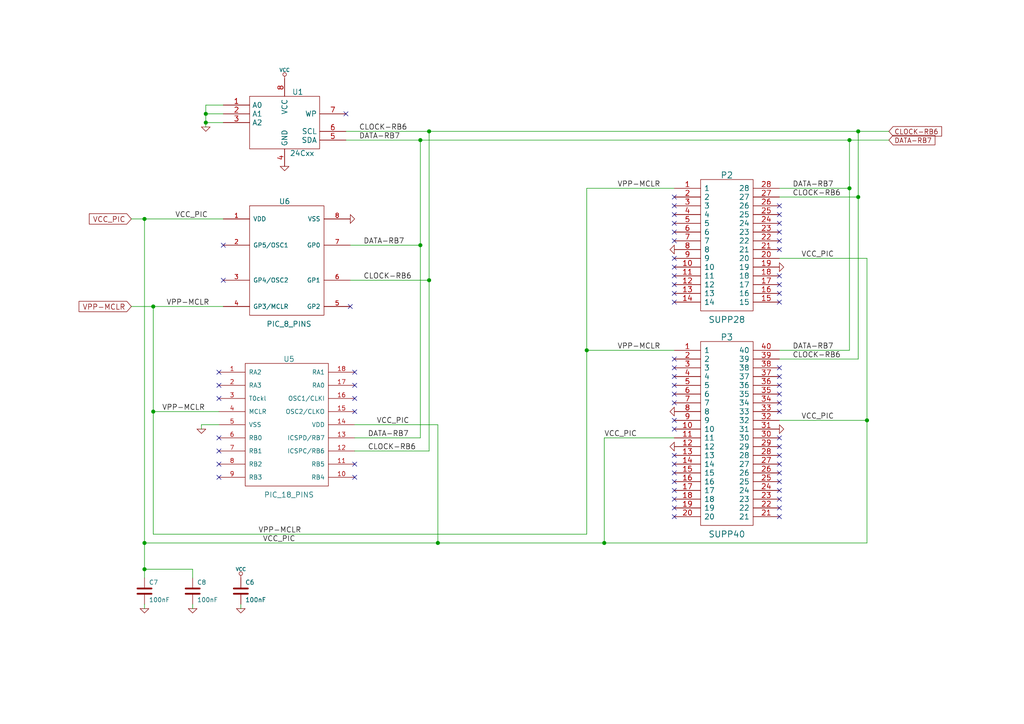
<source format=kicad_sch>
(kicad_sch (version 20201015) (generator eeschema)
  (paper "A4")
  (title_block (title "JDM - COM84 PIC Programmer with 13V DC/DC converter") (date "Sun 22 Mar 2015") (rev "3") (company "KiCad"))
  (lib_symbols
    (symbol "flat_hierarchy_schlib:24C16" (pin_names (offset 0.762))
      (property "Reference" "U" (at 3.81 8.89 0))
      (property "Value" "24C16" (at 5.08 -8.89 0))
      (symbol "24C16_0_0"
        (pin power_in line (at 0 -12.7 90) (length 5.08) (name "GND") (number "4"))
        (pin power_in line (at 0 12.7 270) (length 5.08) (name "VCC") (number "8"))
      )
      (symbol "24C16_1_1"
        (rectangle (start -10.16 -7.62) (end 10.16 7.62))
        (pin input line (at -17.78 5.08 0) (length 7.62) (name "A0") (number "1"))
        (pin input line (at -17.78 2.54 0) (length 7.62) (name "A1") (number "2"))
        (pin input line (at -17.78 0 0) (length 7.62) (name "A2") (number "3"))
        (pin bidirectional line (at 17.78 -5.08 180) (length 7.62) (name "SDA") (number "5"))
        (pin input line (at 17.78 -2.54 180) (length 7.62) (name "SCL") (number "6"))
        (pin input line (at 17.78 2.54 180) (length 7.62) (name "WP") (number "7"))
      )
    )
    (symbol "flat_hierarchy_schlib:C" (pin_numbers hide) (pin_names (offset 0.254))
      (property "Reference" "C" (at 0.635 2.54 0))
      (property "Value" "C" (at 0.635 -2.54 0))
      (symbol "C_0_1"
        (polyline (pts (xy -2.032 -0.762) (xy 2.032 -0.762)) (stroke (width 0.508)))
        (polyline (pts (xy -2.032 0.762) (xy 2.032 0.762)) (stroke (width 0.508)))
      )
      (symbol "C_1_1"
        (pin passive line (at 0 3.81 270) (length 2.794) (name "~") (number "1"))
        (pin passive line (at 0 -3.81 90) (length 2.794) (name "~") (number "2"))
      )
    )
    (symbol "flat_hierarchy_schlib:C_1" (pin_numbers hide) (pin_names (offset 0.254))
      (property "Reference" "C" (at 0.635 2.54 0))
      (property "Value" "C" (at 0.635 -2.54 0))
      (symbol "C_1_0_1"
        (polyline (pts (xy -2.032 -0.762) (xy 2.032 -0.762)) (stroke (width 0.508)))
        (polyline (pts (xy -2.032 0.762) (xy 2.032 0.762)) (stroke (width 0.508)))
      )
      (symbol "C_1_1_1"
        (pin passive line (at 0 3.81 270) (length 2.794) (name "~") (number "1"))
        (pin passive line (at 0 -3.81 90) (length 2.794) (name "~") (number "2"))
      )
    )
    (symbol "flat_hierarchy_schlib:C_2" (pin_numbers hide) (pin_names (offset 0.254))
      (property "Reference" "C" (at 0.635 2.54 0))
      (property "Value" "C" (at 0.635 -2.54 0))
      (symbol "C_2_0_1"
        (polyline (pts (xy -2.032 -0.762) (xy 2.032 -0.762)) (stroke (width 0.508)))
        (polyline (pts (xy -2.032 0.762) (xy 2.032 0.762)) (stroke (width 0.508)))
      )
      (symbol "C_2_1_1"
        (pin passive line (at 0 3.81 270) (length 2.794) (name "~") (number "1"))
        (pin passive line (at 0 -3.81 90) (length 2.794) (name "~") (number "2"))
      )
    )
    (symbol "flat_hierarchy_schlib:GND" (power) (pin_names (offset 0))
      (symbol "GND_0_1"
        (polyline (pts (xy -1.27 0) (xy 0 -1.27) (xy 1.27 0) (xy -1.27 0)))
      )
      (symbol "GND_1_1"
        (pin power_in line (at 0 0 90) (length 0) hide (name "GND") (number "1"))
      )
    )
    (symbol "flat_hierarchy_schlib:PIC12C508A" (pin_names (offset 1.016))
      (property "Reference" "U" (at 0 17.78 0))
      (property "Value" "PIC12C508A" (at 0 -16.51 0))
      (symbol "PIC12C508A_0_1"
        (rectangle (start 10.16 -15.24) (end -11.43 16.51))
      )
      (symbol "PIC12C508A_1_1"
        (pin power_in line (at -19.05 12.7 0) (length 7.62) (name "VDD") (number "1"))
        (pin input line (at -19.05 5.08 0) (length 7.62) (name "GP5/OSC1") (number "2"))
        (pin input line (at -19.05 -5.08 0) (length 7.62) (name "GP4/OSC2") (number "3"))
        (pin input line (at -19.05 -12.7 0) (length 7.62) (name "GP3/MCLR") (number "4"))
        (pin input line (at 17.78 -12.7 180) (length 7.62) (name "GP2") (number "5"))
        (pin input line (at 17.78 -5.08 180) (length 7.62) (name "GP1") (number "6"))
        (pin input line (at 17.78 5.08 180) (length 7.62) (name "GP0") (number "7"))
        (pin power_in line (at 17.78 12.7 180) (length 7.62) (name "VSS") (number "8"))
      )
      (symbol "PIC12C508A_1_2"
        (pin power_in line (at -19.05 12.7 0) (length 7.62) (name "VDD") (number "1"))
        (pin input line (at -19.05 5.08 0) (length 7.62) (name "GP5/OSC1") (number "2"))
        (pin input line (at -19.05 -5.08 0) (length 7.62) (name "GP4/OSC2") (number "3"))
        (pin input line (at -19.05 -12.7 0) (length 7.62) (name "GP3/MCLR") (number "4"))
        (pin input line (at 17.78 -12.7 180) (length 7.62) (name "GP2") (number "5"))
        (pin input line (at 17.78 -5.08 180) (length 7.62) (name "GP1") (number "6"))
        (pin input line (at 17.78 5.08 180) (length 7.62) (name "GP0") (number "7"))
        (pin power_in line (at 17.78 12.7 180) (length 7.62) (name "VSS") (number "8"))
      )
    )
    (symbol "flat_hierarchy_schlib:PIC16F54" (pin_names (offset 1.016))
      (property "Reference" "U?" (at 0 -19.05 0))
      (property "Value" "PIC16F54" (at 0 20.32 0))
      (symbol "PIC16F54_0_1"
        (rectangle (start -12.7 17.78) (end 11.43 -17.78))
      )
      (symbol "PIC16F54_1_1"
        (pin bidirectional line (at -20.32 15.24 0) (length 7.62) (name "RA2") (number "1"))
        (pin bidirectional line (at 19.05 -15.24 180) (length 7.62) (name "RB4") (number "10"))
        (pin bidirectional line (at 19.05 -11.43 180) (length 7.62) (name "RB5") (number "11"))
        (pin bidirectional line (at 19.05 -7.62 180) (length 7.62) (name "ICSPC/RB6") (number "12"))
        (pin bidirectional line (at 19.05 -3.81 180) (length 7.62) (name "ICSPD/RB7") (number "13"))
        (pin power_in line (at 19.05 0 180) (length 7.62) (name "VDD") (number "14"))
        (pin output line (at 19.05 3.81 180) (length 7.62) (name "OSC2/CLKO") (number "15"))
        (pin input line (at 19.05 7.62 180) (length 7.62) (name "OSC1/CLKI") (number "16"))
        (pin bidirectional line (at 19.05 11.43 180) (length 7.62) (name "RA0") (number "17"))
        (pin bidirectional line (at 19.05 15.24 180) (length 7.62) (name "RA1") (number "18"))
        (pin bidirectional line (at -20.32 11.43 0) (length 7.62) (name "RA3") (number "2"))
        (pin output line (at -20.32 7.62 0) (length 7.62) (name "T0ckl") (number "3"))
        (pin input line (at -20.32 3.81 0) (length 7.62) (name "MCLR") (number "4"))
        (pin power_in line (at -20.32 0 0) (length 7.62) (name "VSS") (number "5"))
        (pin bidirectional line (at -20.32 -3.81 0) (length 7.62) (name "RB0") (number "6"))
        (pin bidirectional line (at -20.32 -7.62 0) (length 7.62) (name "RB1") (number "7"))
        (pin bidirectional line (at -20.32 -11.43 0) (length 7.62) (name "RB2") (number "8"))
        (pin bidirectional line (at -20.32 -15.24 0) (length 7.62) (name "RB3") (number "9"))
      )
      (symbol "PIC16F54_1_2"
        (pin bidirectional line (at -20.32 15.24 0) (length 7.62) (name "RA2") (number "1"))
        (pin bidirectional line (at 19.05 -15.24 180) (length 7.62) (name "RB4") (number "10"))
        (pin bidirectional line (at 19.05 -11.43 180) (length 7.62) (name "RB5") (number "11"))
        (pin bidirectional line (at 19.05 -7.62 180) (length 7.62) (name "ICSPC/RB6") (number "12"))
        (pin bidirectional line (at 19.05 -3.81 180) (length 7.62) (name "ICSPD/RB7") (number "13"))
        (pin power_in line (at 19.05 0 180) (length 7.62) (name "VDD") (number "14"))
        (pin output line (at 19.05 3.81 180) (length 7.62) (name "OSC2/CLKO") (number "15"))
        (pin input line (at 19.05 7.62 180) (length 7.62) (name "OSC1/CLKI") (number "16"))
        (pin bidirectional line (at 19.05 11.43 180) (length 7.62) (name "RA0") (number "17"))
        (pin bidirectional line (at 19.05 15.24 180) (length 7.62) (name "RA1") (number "18"))
        (pin bidirectional line (at -20.32 11.43 0) (length 7.62) (name "RA3") (number "2"))
        (pin output line (at -20.32 7.62 0) (length 7.62) (name "T0ckl") (number "3"))
        (pin input line (at -20.32 3.81 0) (length 7.62) (name "MCLR") (number "4"))
        (pin power_in line (at -20.32 0 0) (length 7.62) (name "VSS") (number "5"))
        (pin bidirectional line (at -20.32 -3.81 0) (length 7.62) (name "RB0") (number "6"))
        (pin bidirectional line (at -20.32 -7.62 0) (length 7.62) (name "RB1") (number "7"))
        (pin bidirectional line (at -20.32 -11.43 0) (length 7.62) (name "RB2") (number "8"))
        (pin bidirectional line (at -20.32 -15.24 0) (length 7.62) (name "RB3") (number "9"))
      )
    )
    (symbol "flat_hierarchy_schlib:SUPP28" (pin_names (offset 1.016))
      (property "Reference" "J" (at 0 2.54 0))
      (property "Value" "SUPP28" (at 0 -2.54 0))
      (symbol "SUPP28_0_1"
        (rectangle (start -7.62 -19.05) (end 7.62 19.05))
      )
      (symbol "SUPP28_1_1"
        (pin passive line (at -15.24 16.51 0) (length 7.62) (name "1") (number "1"))
        (pin passive line (at -15.24 -6.35 0) (length 7.62) (name "10") (number "10"))
        (pin passive line (at -15.24 -8.89 0) (length 7.62) (name "11") (number "11"))
        (pin passive line (at -15.24 -11.43 0) (length 7.62) (name "12") (number "12"))
        (pin passive line (at -15.24 -13.97 0) (length 7.62) (name "13") (number "13"))
        (pin passive line (at -15.24 -16.51 0) (length 7.62) (name "14") (number "14"))
        (pin passive line (at 15.24 -16.51 180) (length 7.62) (name "15") (number "15"))
        (pin passive line (at 15.24 -13.97 180) (length 7.62) (name "16") (number "16"))
        (pin passive line (at 15.24 -11.43 180) (length 7.62) (name "17") (number "17"))
        (pin passive line (at 15.24 -8.89 180) (length 7.62) (name "18") (number "18"))
        (pin passive line (at 15.24 -6.35 180) (length 7.62) (name "19") (number "19"))
        (pin passive line (at -15.24 13.97 0) (length 7.62) (name "2") (number "2"))
        (pin passive line (at 15.24 -3.81 180) (length 7.62) (name "20") (number "20"))
        (pin passive line (at 15.24 -1.27 180) (length 7.62) (name "21") (number "21"))
        (pin passive line (at 15.24 1.27 180) (length 7.62) (name "22") (number "22"))
        (pin passive line (at 15.24 3.81 180) (length 7.62) (name "23") (number "23"))
        (pin passive line (at 15.24 6.35 180) (length 7.62) (name "24") (number "24"))
        (pin passive line (at 15.24 8.89 180) (length 7.62) (name "25") (number "25"))
        (pin passive line (at 15.24 11.43 180) (length 7.62) (name "26") (number "26"))
        (pin passive line (at 15.24 13.97 180) (length 7.62) (name "27") (number "27"))
        (pin passive line (at 15.24 16.51 180) (length 7.62) (name "28") (number "28"))
        (pin passive line (at -15.24 11.43 0) (length 7.62) (name "3") (number "3"))
        (pin passive line (at -15.24 8.89 0) (length 7.62) (name "4") (number "4"))
        (pin passive line (at -15.24 6.35 0) (length 7.62) (name "5") (number "5"))
        (pin passive line (at -15.24 3.81 0) (length 7.62) (name "6") (number "6"))
        (pin passive line (at -15.24 1.27 0) (length 7.62) (name "7") (number "7"))
        (pin passive line (at -15.24 -1.27 0) (length 7.62) (name "8") (number "8"))
        (pin passive line (at -15.24 -3.81 0) (length 7.62) (name "9") (number "9"))
      )
    )
    (symbol "flat_hierarchy_schlib:SUPP40" (pin_names (offset 1.016))
      (property "Reference" "P" (at 0 27.94 0))
      (property "Value" "SUPP40" (at 0 -27.94 0))
      (symbol "SUPP40_0_1"
        (rectangle (start -7.62 -26.67) (end 7.62 26.67))
      )
      (symbol "SUPP40_1_1"
        (pin passive line (at -15.24 24.13 0) (length 7.62) (name "1") (number "1"))
        (pin passive line (at -15.24 1.27 0) (length 7.62) (name "10") (number "10"))
        (pin passive line (at -15.24 -1.27 0) (length 7.62) (name "11") (number "11"))
        (pin passive line (at -15.24 -3.81 0) (length 7.62) (name "12") (number "12"))
        (pin passive line (at -15.24 -6.35 0) (length 7.62) (name "13") (number "13"))
        (pin passive line (at -15.24 -8.89 0) (length 7.62) (name "14") (number "14"))
        (pin passive line (at -15.24 -11.43 0) (length 7.62) (name "15") (number "15"))
        (pin passive line (at -15.24 -13.97 0) (length 7.62) (name "16") (number "16"))
        (pin passive line (at -15.24 -16.51 0) (length 7.62) (name "17") (number "17"))
        (pin passive line (at -15.24 -19.05 0) (length 7.62) (name "18") (number "18"))
        (pin passive line (at -15.24 -21.59 0) (length 7.62) (name "19") (number "19"))
        (pin passive line (at -15.24 21.59 0) (length 7.62) (name "2") (number "2"))
        (pin passive line (at -15.24 -24.13 0) (length 7.62) (name "20") (number "20"))
        (pin passive line (at 15.24 -24.13 180) (length 7.62) (name "21") (number "21"))
        (pin passive line (at 15.24 -21.59 180) (length 7.62) (name "22") (number "22"))
        (pin passive line (at 15.24 -19.05 180) (length 7.62) (name "23") (number "23"))
        (pin passive line (at 15.24 -16.51 180) (length 7.62) (name "24") (number "24"))
        (pin passive line (at 15.24 -13.97 180) (length 7.62) (name "25") (number "25"))
        (pin passive line (at 15.24 -11.43 180) (length 7.62) (name "26") (number "26"))
        (pin passive line (at 15.24 -8.89 180) (length 7.62) (name "27") (number "27"))
        (pin passive line (at 15.24 -6.35 180) (length 7.62) (name "28") (number "28"))
        (pin passive line (at 15.24 -3.81 180) (length 7.62) (name "29") (number "29"))
        (pin passive line (at -15.24 19.05 0) (length 7.62) (name "3") (number "3"))
        (pin passive line (at 15.24 -1.27 180) (length 7.62) (name "30") (number "30"))
        (pin passive line (at 15.24 1.27 180) (length 7.62) (name "31") (number "31"))
        (pin passive line (at 15.24 3.81 180) (length 7.62) (name "32") (number "32"))
        (pin passive line (at 15.24 6.35 180) (length 7.62) (name "33") (number "33"))
        (pin passive line (at 15.24 8.89 180) (length 7.62) (name "34") (number "34"))
        (pin passive line (at 15.24 11.43 180) (length 7.62) (name "35") (number "35"))
        (pin passive line (at 15.24 13.97 180) (length 7.62) (name "36") (number "36"))
        (pin passive line (at 15.24 16.51 180) (length 7.62) (name "37") (number "37"))
        (pin passive line (at 15.24 19.05 180) (length 7.62) (name "38") (number "38"))
        (pin passive line (at 15.24 21.59 180) (length 7.62) (name "39") (number "39"))
        (pin passive line (at -15.24 16.51 0) (length 7.62) (name "4") (number "4"))
        (pin passive line (at 15.24 24.13 180) (length 7.62) (name "40") (number "40"))
        (pin passive line (at -15.24 13.97 0) (length 7.62) (name "5") (number "5"))
        (pin passive line (at -15.24 11.43 0) (length 7.62) (name "6") (number "6"))
        (pin passive line (at -15.24 8.89 0) (length 7.62) (name "7") (number "7"))
        (pin passive line (at -15.24 6.35 0) (length 7.62) (name "8") (number "8"))
        (pin passive line (at -15.24 3.81 0) (length 7.62) (name "9") (number "9"))
      )
    )
    (symbol "flat_hierarchy_schlib:VCC" (power) (pin_names (offset 0))
      (property "Value" "VCC" (at 0 2.54 0))
      (symbol "VCC_0_0"
        (pin power_in line (at 0 0 90) (length 0) hide (name "VCC") (number "1"))
      )
      (symbol "VCC_0_1"
        (circle (center 0 1.27) (radius 0.508))
        (polyline (pts (xy 0 0) (xy 0 0.762) (xy 0 0.762)))
      )
    )
  )
  (junction (at 41.91 63.5) (diameter 1.016))
  (junction (at 41.91 157.48) (diameter 1.016))
  (junction (at 41.91 165.1) (diameter 1.016))
  (junction (at 44.45 88.9) (diameter 1.016))
  (junction (at 44.45 119.38) (diameter 1.016))
  (junction (at 59.69 33.02) (diameter 1.016))
  (junction (at 59.69 35.56) (diameter 1.016))
  (junction (at 121.92 40.64) (diameter 1.016))
  (junction (at 121.92 71.12) (diameter 1.016))
  (junction (at 124.46 38.1) (diameter 1.016))
  (junction (at 124.46 81.28) (diameter 1.016))
  (junction (at 127 157.48) (diameter 1.016))
  (junction (at 170.18 101.6) (diameter 1.016))
  (junction (at 175.26 157.48) (diameter 1.016))
  (junction (at 246.38 40.64) (diameter 1.016))
  (junction (at 246.38 54.61) (diameter 1.016))
  (junction (at 248.92 38.1) (diameter 1.016))
  (junction (at 248.92 57.15) (diameter 1.016))
  (junction (at 251.46 121.92) (diameter 1.016))
  (no_connect (at 63.5 107.95))
  (no_connect (at 63.5 111.76))
  (no_connect (at 63.5 115.57))
  (no_connect (at 63.5 127))
  (no_connect (at 63.5 130.81))
  (no_connect (at 63.5 134.62))
  (no_connect (at 63.5 138.43))
  (no_connect (at 64.77 71.12))
  (no_connect (at 64.77 81.28))
  (no_connect (at 100.33 33.02))
  (no_connect (at 101.6 88.9))
  (no_connect (at 102.87 107.95))
  (no_connect (at 102.87 111.76))
  (no_connect (at 102.87 115.57))
  (no_connect (at 102.87 119.38))
  (no_connect (at 102.87 134.62))
  (no_connect (at 102.87 138.43))
  (no_connect (at 195.58 57.15))
  (no_connect (at 195.58 59.69))
  (no_connect (at 195.58 62.23))
  (no_connect (at 195.58 64.77))
  (no_connect (at 195.58 67.31))
  (no_connect (at 195.58 69.85))
  (no_connect (at 195.58 74.93))
  (no_connect (at 195.58 77.47))
  (no_connect (at 195.58 80.01))
  (no_connect (at 195.58 82.55))
  (no_connect (at 195.58 85.09))
  (no_connect (at 195.58 87.63))
  (no_connect (at 195.58 104.14))
  (no_connect (at 195.58 106.68))
  (no_connect (at 195.58 109.22))
  (no_connect (at 195.58 111.76))
  (no_connect (at 195.58 114.3))
  (no_connect (at 195.58 116.84))
  (no_connect (at 195.58 121.92))
  (no_connect (at 195.58 124.46))
  (no_connect (at 195.58 132.08))
  (no_connect (at 195.58 134.62))
  (no_connect (at 195.58 137.16))
  (no_connect (at 195.58 139.7))
  (no_connect (at 195.58 142.24))
  (no_connect (at 195.58 144.78))
  (no_connect (at 195.58 147.32))
  (no_connect (at 195.58 149.86))
  (no_connect (at 226.06 59.69))
  (no_connect (at 226.06 62.23))
  (no_connect (at 226.06 64.77))
  (no_connect (at 226.06 67.31))
  (no_connect (at 226.06 69.85))
  (no_connect (at 226.06 72.39))
  (no_connect (at 226.06 80.01))
  (no_connect (at 226.06 82.55))
  (no_connect (at 226.06 85.09))
  (no_connect (at 226.06 87.63))
  (no_connect (at 226.06 106.68))
  (no_connect (at 226.06 109.22))
  (no_connect (at 226.06 111.76))
  (no_connect (at 226.06 114.3))
  (no_connect (at 226.06 116.84))
  (no_connect (at 226.06 119.38))
  (no_connect (at 226.06 127))
  (no_connect (at 226.06 129.54))
  (no_connect (at 226.06 132.08))
  (no_connect (at 226.06 134.62))
  (no_connect (at 226.06 137.16))
  (no_connect (at 226.06 139.7))
  (no_connect (at 226.06 142.24))
  (no_connect (at 226.06 144.78))
  (no_connect (at 226.06 147.32))
  (no_connect (at 226.06 149.86))
  (wire (pts (xy 38.1 63.5) (xy 41.91 63.5)))
  (wire (pts (xy 38.1 88.9) (xy 44.45 88.9)))
  (wire (pts (xy 41.91 63.5) (xy 41.91 157.48)))
  (wire (pts (xy 41.91 63.5) (xy 64.77 63.5)))
  (wire (pts (xy 41.91 157.48) (xy 41.91 165.1)))
  (wire (pts (xy 41.91 165.1) (xy 41.91 167.64)))
  (wire (pts (xy 41.91 165.1) (xy 55.88 165.1)))
  (wire (pts (xy 41.91 175.26) (xy 41.91 176.53)))
  (wire (pts (xy 44.45 88.9) (xy 44.45 119.38)))
  (wire (pts (xy 44.45 88.9) (xy 64.77 88.9)))
  (wire (pts (xy 44.45 119.38) (xy 44.45 154.94)))
  (wire (pts (xy 44.45 154.94) (xy 170.18 154.94)))
  (wire (pts (xy 55.88 165.1) (xy 55.88 167.64)))
  (wire (pts (xy 55.88 175.26) (xy 55.88 176.53)))
  (wire (pts (xy 58.42 123.19) (xy 58.42 124.46)))
  (wire (pts (xy 59.69 30.48) (xy 59.69 33.02)))
  (wire (pts (xy 59.69 30.48) (xy 64.77 30.48)))
  (wire (pts (xy 59.69 33.02) (xy 59.69 35.56)))
  (wire (pts (xy 59.69 33.02) (xy 64.77 33.02)))
  (wire (pts (xy 59.69 35.56) (xy 59.69 36.83)))
  (wire (pts (xy 63.5 119.38) (xy 44.45 119.38)))
  (wire (pts (xy 63.5 123.19) (xy 58.42 123.19)))
  (wire (pts (xy 64.77 35.56) (xy 59.69 35.56)))
  (wire (pts (xy 69.85 175.26) (xy 69.85 176.53)))
  (wire (pts (xy 100.33 38.1) (xy 124.46 38.1)))
  (wire (pts (xy 100.33 40.64) (xy 121.92 40.64)))
  (wire (pts (xy 101.6 71.12) (xy 121.92 71.12)))
  (wire (pts (xy 101.6 81.28) (xy 124.46 81.28)))
  (wire (pts (xy 102.87 123.19) (xy 127 123.19)))
  (wire (pts (xy 121.92 40.64) (xy 121.92 71.12)))
  (wire (pts (xy 121.92 40.64) (xy 246.38 40.64)))
  (wire (pts (xy 121.92 71.12) (xy 121.92 127)))
  (wire (pts (xy 121.92 127) (xy 102.87 127)))
  (wire (pts (xy 124.46 38.1) (xy 124.46 81.28)))
  (wire (pts (xy 124.46 38.1) (xy 248.92 38.1)))
  (wire (pts (xy 124.46 81.28) (xy 124.46 130.81)))
  (wire (pts (xy 124.46 130.81) (xy 102.87 130.81)))
  (wire (pts (xy 127 123.19) (xy 127 157.48)))
  (wire (pts (xy 127 157.48) (xy 41.91 157.48)))
  (wire (pts (xy 170.18 54.61) (xy 195.58 54.61)))
  (wire (pts (xy 170.18 101.6) (xy 170.18 54.61)))
  (wire (pts (xy 170.18 101.6) (xy 195.58 101.6)))
  (wire (pts (xy 170.18 154.94) (xy 170.18 101.6)))
  (wire (pts (xy 175.26 127) (xy 175.26 157.48)))
  (wire (pts (xy 175.26 157.48) (xy 127 157.48)))
  (wire (pts (xy 195.58 127) (xy 175.26 127)))
  (wire (pts (xy 226.06 54.61) (xy 246.38 54.61)))
  (wire (pts (xy 226.06 57.15) (xy 248.92 57.15)))
  (wire (pts (xy 226.06 74.93) (xy 251.46 74.93)))
  (wire (pts (xy 226.06 121.92) (xy 251.46 121.92)))
  (wire (pts (xy 246.38 40.64) (xy 246.38 54.61)))
  (wire (pts (xy 246.38 40.64) (xy 257.81 40.64)))
  (wire (pts (xy 246.38 54.61) (xy 246.38 101.6)))
  (wire (pts (xy 246.38 101.6) (xy 226.06 101.6)))
  (wire (pts (xy 248.92 38.1) (xy 248.92 57.15)))
  (wire (pts (xy 248.92 38.1) (xy 257.81 38.1)))
  (wire (pts (xy 248.92 57.15) (xy 248.92 104.14)))
  (wire (pts (xy 248.92 104.14) (xy 226.06 104.14)))
  (wire (pts (xy 251.46 74.93) (xy 251.46 121.92)))
  (wire (pts (xy 251.46 121.92) (xy 251.46 157.48)))
  (wire (pts (xy 251.46 157.48) (xy 175.26 157.48)))
  (label "VPP-MCLR" (at 46.99 119.38 0) (effects (font (size 1.524 1.524))))
  (label "VPP-MCLR" (at 48.26 88.9 0) (effects (font (size 1.524 1.524))))
  (label "VCC_PIC" (at 50.8 63.5 0) (effects (font (size 1.524 1.524))))
  (label "VPP-MCLR" (at 74.93 154.94 0) (effects (font (size 1.524 1.524))))
  (label "VCC_PIC" (at 76.2 157.48 0) (effects (font (size 1.524 1.524))))
  (label "CLOCK-RB6" (at 104.14 38.1 0) (effects (font (size 1.524 1.524))))
  (label "DATA-RB7" (at 104.14 40.64 0) (effects (font (size 1.524 1.524))))
  (label "DATA-RB7" (at 105.41 71.12 0) (effects (font (size 1.524 1.524))))
  (label "CLOCK-RB6" (at 105.41 81.28 0) (effects (font (size 1.524 1.524))))
  (label "DATA-RB7" (at 106.68 127 0) (effects (font (size 1.524 1.524))))
  (label "CLOCK-RB6" (at 106.68 130.81 0) (effects (font (size 1.524 1.524))))
  (label "VCC_PIC" (at 109.22 123.19 0) (effects (font (size 1.524 1.524))))
  (label "VCC_PIC" (at 175.26 127 0) (effects (font (size 1.524 1.524))))
  (label "VPP-MCLR" (at 179.07 54.61 0) (effects (font (size 1.524 1.524))))
  (label "VPP-MCLR" (at 179.07 101.6 0) (effects (font (size 1.524 1.524))))
  (label "DATA-RB7" (at 229.87 54.61 0) (effects (font (size 1.524 1.524))))
  (label "CLOCK-RB6" (at 229.87 57.15 0) (effects (font (size 1.524 1.524))))
  (label "DATA-RB7" (at 229.87 101.6 0) (effects (font (size 1.524 1.524))))
  (label "CLOCK-RB6" (at 229.87 104.14 0) (effects (font (size 1.524 1.524))))
  (label "VCC_PIC" (at 232.41 74.93 0) (effects (font (size 1.524 1.524))))
  (label "VCC_PIC" (at 232.41 121.92 0) (effects (font (size 1.524 1.524))))
  (global_label "VCC_PIC" (shape input) (at 38.1 63.5 180) (property "Intersheet References" "${INTERSHEET_REFS}" (effects hide)) (effects (font (size 1.524 1.524))))
  (global_label "VPP-MCLR" (shape input) (at 38.1 88.9 180) (property "Intersheet References" "${INTERSHEET_REFS}" (effects hide)) (effects (font (size 1.524 1.524))))
  (global_label "CLOCK-RB6" (shape input) (at 257.81 38.1 0) (property "Intersheet References" "${INTERSHEET_REFS}" (effects hide)) (effects (font (size 1.397 1.397))))
  (global_label "DATA-RB7" (shape input) (at 257.81 40.64 0) (property "Intersheet References" "${INTERSHEET_REFS}" (effects hide)) (effects (font (size 1.397 1.397))))
  (symbol (lib_id "flat_hierarchy_schlib:VCC") (at 69.85 167.64 0) (unit 1)
    (property "Reference" "#PWR08" (effects hide))
    (property "Value" "VCC" (at 69.85 165.1 0) (effects (font (size 1.016 1.016))))
  )
  (symbol (lib_id "flat_hierarchy_schlib:VCC") (at 82.55 22.86 0) (unit 1)
    (property "Reference" "#PWR013" (effects hide))
    (property "Value" "VCC" (at 82.55 20.32 0) (effects (font (size 1.016 1.016))))
  )
  (symbol (lib_id "flat_hierarchy_schlib:GND") (at 41.91 176.53 0) (unit 1)
    (property "Reference" "#PWR06" (effects hide))
    (property "Value" "GND" (effects hide))
  )
  (symbol (lib_id "flat_hierarchy_schlib:GND") (at 55.88 176.53 0) (unit 1)
    (property "Reference" "#PWR01" (effects hide))
    (property "Value" "GND" (effects hide))
  )
  (symbol (lib_id "flat_hierarchy_schlib:GND") (at 58.42 124.46 0) (unit 1)
    (property "Reference" "#PWR011" (effects hide))
    (property "Value" "GND" (effects hide))
  )
  (symbol (lib_id "flat_hierarchy_schlib:GND") (at 59.69 36.83 0) (unit 1)
    (property "Reference" "#PWR010" (effects hide))
    (property "Value" "GND" (effects hide))
  )
  (symbol (lib_id "flat_hierarchy_schlib:GND") (at 69.85 176.53 0) (unit 1)
    (property "Reference" "#PWR07" (effects hide))
    (property "Value" "GND" (effects hide))
  )
  (symbol (lib_id "flat_hierarchy_schlib:GND") (at 82.55 48.26 0) (unit 1)
    (property "Reference" "#PWR014" (effects hide))
    (property "Value" "GND" (effects hide))
  )
  (symbol (lib_id "flat_hierarchy_schlib:GND") (at 101.6 63.5 90) (unit 1)
    (property "Reference" "#PWR012" (effects hide))
    (property "Value" "GND" (effects hide))
  )
  (symbol (lib_id "flat_hierarchy_schlib:GND") (at 195.58 72.39 270) (unit 1)
    (property "Reference" "#PWR05" (effects hide))
    (property "Value" "GND" (effects hide))
  )
  (symbol (lib_id "flat_hierarchy_schlib:GND") (at 195.58 119.38 270) (unit 1)
    (property "Reference" "#PWR03" (effects hide))
    (property "Value" "GND" (effects hide))
  )
  (symbol (lib_id "flat_hierarchy_schlib:GND") (at 195.58 129.54 270) (unit 1)
    (property "Reference" "#PWR02" (effects hide))
    (property "Value" "GND" (effects hide))
  )
  (symbol (lib_id "flat_hierarchy_schlib:GND") (at 226.06 77.47 90) (unit 1)
    (property "Reference" "#PWR04" (effects hide))
    (property "Value" "GND" (effects hide))
  )
  (symbol (lib_id "flat_hierarchy_schlib:GND") (at 226.06 124.46 90) (unit 1)
    (property "Reference" "#PWR09" (effects hide))
    (property "Value" "GND" (effects hide))
  )
  (symbol (lib_id "flat_hierarchy_schlib:C") (at 41.91 171.45 0) (unit 1)
    (property "Reference" "C7" (at 43.18 168.91 0) (effects (justify left)))
    (property "Value" "100nF" (at 43.18 173.99 0) (effects (justify left)))
    (property "Footprint" "discret:C1-1" (effects hide))
  )
  (symbol (lib_name "flat_hierarchy_schlib:C_1") (lib_id "flat_hierarchy_schlib:C") (at 55.88 171.45 0) (unit 1)
    (property "Reference" "C8" (at 57.15 168.91 0) (effects (justify left)))
    (property "Value" "100nF" (at 57.15 173.99 0) (effects (justify left)))
    (property "Footprint" "discret:C1-1" (effects hide))
  )
  (symbol (lib_name "flat_hierarchy_schlib:C_2") (lib_id "flat_hierarchy_schlib:C") (at 69.85 171.45 0) (unit 1)
    (property "Reference" "C6" (at 71.12 168.91 0) (effects (justify left)))
    (property "Value" "100nF" (at 71.12 173.99 0) (effects (justify left)))
    (property "Footprint" "discret:C1-1" (effects hide))
  )
  (symbol (lib_id "flat_hierarchy_schlib:24C16") (at 82.55 35.56 0) (unit 1)
    (property "Reference" "U1" (at 86.36 26.67 0) (effects (font (size 1.524 1.524))))
    (property "Value" "24Cxx" (at 87.63 44.45 0) (effects (font (size 1.524 1.524))))
    (property "Footprint" "Package_DIP:DIP-8_W7.62mm_LongPads" (effects hide))
  )
  (symbol (lib_id "flat_hierarchy_schlib:SUPP28") (at 210.82 71.12 0) (unit 1)
    (property "Reference" "P2" (at 210.82 50.8 0) (effects (font (size 1.778 1.778))))
    (property "Value" "SUPP28" (at 210.82 92.71 0) (effects (font (size 1.778 1.778))))
    (property "Footprint" "Package_DIP:DIP-28_W7.62mm_Socket_LongPads" (effects hide))
  )
  (symbol (lib_id "flat_hierarchy_schlib:PIC12C508A") (at 83.82 76.2 0) (unit 1)
    (property "Reference" "U6" (at 82.55 58.42 0) (effects (font (size 1.524 1.524))))
    (property "Value" "PIC_8_PINS" (at 83.82 93.98 0) (effects (font (size 1.524 1.524))))
    (property "Footprint" "Package_DIP:DIP-8_W7.62mm_LongPads" (effects hide))
  )
  (symbol (lib_id "flat_hierarchy_schlib:PIC16F54") (at 83.82 123.19 0) (unit 1)
    (property "Reference" "U5" (at 83.82 104.14 0) (effects (font (size 1.524 1.524))))
    (property "Value" "PIC_18_PINS" (at 83.82 143.51 0) (effects (font (size 1.524 1.524))))
    (property "Footprint" "Package_DIP:DIP-18_W7.62mm_Socket_LongPads" (effects hide))
  )
  (symbol (lib_id "flat_hierarchy_schlib:SUPP40") (at 210.82 125.73 0) (unit 1)
    (property "Reference" "P3" (at 210.82 97.79 0) (effects (font (size 1.778 1.778))))
    (property "Value" "SUPP40" (at 210.82 154.94 0) (effects (font (size 1.778 1.778))))
    (property "Footprint" "Package_DIP:DIP-40_W15.24mm_Socket_LongPads" (effects hide))
  )
)
</source>
